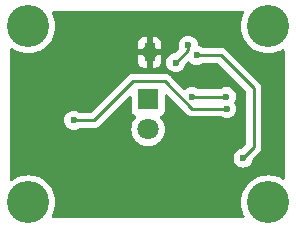
<source format=gbl>
%TF.GenerationSoftware,KiCad,Pcbnew,7.0.2-6a45011f42~172~ubuntu22.04.1*%
%TF.CreationDate,2023-09-16T19:19:39-07:00*%
%TF.ProjectId,i_control_led,695f636f-6e74-4726-9f6c-5f6c65642e6b,rev?*%
%TF.SameCoordinates,Original*%
%TF.FileFunction,Copper,L2,Bot*%
%TF.FilePolarity,Positive*%
%FSLAX46Y46*%
G04 Gerber Fmt 4.6, Leading zero omitted, Abs format (unit mm)*
G04 Created by KiCad (PCBNEW 7.0.2-6a45011f42~172~ubuntu22.04.1) date 2023-09-16 19:19:39*
%MOMM*%
%LPD*%
G01*
G04 APERTURE LIST*
%TA.AperFunction,ComponentPad*%
%ADD10C,3.570000*%
%TD*%
%TA.AperFunction,ComponentPad*%
%ADD11R,1.800000X1.800000*%
%TD*%
%TA.AperFunction,ComponentPad*%
%ADD12C,1.800000*%
%TD*%
%TA.AperFunction,ComponentPad*%
%ADD13C,0.600000*%
%TD*%
%TA.AperFunction,SMDPad,CuDef*%
%ADD14R,0.900000X1.600000*%
%TD*%
%TA.AperFunction,ViaPad*%
%ADD15C,0.600000*%
%TD*%
%TA.AperFunction,Conductor*%
%ADD16C,0.250000*%
%TD*%
G04 APERTURE END LIST*
D10*
%TO.P,M1,~*%
%TO.N,N/C*%
X52540000Y-52540000D03*
%TD*%
%TO.P,M2,~*%
%TO.N,N/C*%
X72860000Y-52540000D03*
%TD*%
%TO.P,M3,~*%
%TO.N,N/C*%
X72860000Y-67460000D03*
%TD*%
%TO.P,M4,~*%
%TO.N,N/C*%
X52540000Y-67460000D03*
%TD*%
D11*
%TO.P,D1,1,K*%
%TO.N,Net-(D1-K)*%
X62700000Y-58730000D03*
D12*
%TO.P,D1,2,A*%
%TO.N,Net-(D1-A)*%
X62700000Y-61270000D03*
%TD*%
D13*
%TO.P,U1,9,GND*%
%TO.N,GND*%
X62825000Y-54240000D03*
D14*
X62825000Y-54740000D03*
D13*
X62825000Y-55240000D03*
%TD*%
D15*
%TO.N,GND*%
X68880000Y-64435000D03*
X62850000Y-53100000D03*
X69110000Y-61500000D03*
X56100000Y-58500000D03*
X64250000Y-64470000D03*
%TO.N,/VIN*%
X65040000Y-55614500D03*
X66100000Y-54145000D03*
%TO.N,/SCL*%
X69330000Y-58490000D03*
X66440000Y-58490000D03*
%TO.N,/SDA*%
X56400000Y-60500000D03*
X69350000Y-59525000D03*
%TO.N,/5V*%
X70741589Y-63701589D03*
X66800000Y-54990000D03*
%TD*%
D16*
%TO.N,/VIN*%
X66100000Y-54554500D02*
X66100000Y-54145000D01*
X65040000Y-55614500D02*
X66100000Y-54554500D01*
%TO.N,/SCL*%
X66440000Y-58490000D02*
X69330000Y-58490000D01*
%TO.N,/SDA*%
X61460000Y-57190000D02*
X64110000Y-57190000D01*
X56400000Y-60500000D02*
X58150000Y-60500000D01*
X66425000Y-59525000D02*
X69350000Y-59525000D01*
X58150000Y-60500000D02*
X61460000Y-57190000D01*
X64110000Y-57210000D02*
X66425000Y-59525000D01*
X64110000Y-57190000D02*
X64110000Y-57210000D01*
%TO.N,/5V*%
X68830000Y-54990000D02*
X66800000Y-54990000D01*
X71650000Y-57810000D02*
X68830000Y-54990000D01*
X70741589Y-63701589D02*
X71650000Y-62793178D01*
X71650000Y-62793178D02*
X71650000Y-57810000D01*
%TD*%
%TA.AperFunction,Conductor*%
%TO.N,GND*%
G36*
X70806570Y-51269685D02*
G01*
X70852325Y-51322489D01*
X70862269Y-51391647D01*
X70850743Y-51428844D01*
X70738331Y-51656790D01*
X70738325Y-51656803D01*
X70736536Y-51660432D01*
X70735230Y-51664277D01*
X70735230Y-51664279D01*
X70641204Y-51941270D01*
X70641201Y-51941278D01*
X70639896Y-51945125D01*
X70639104Y-51949103D01*
X70639101Y-51949117D01*
X70582033Y-52236016D01*
X70582031Y-52236026D01*
X70581242Y-52239996D01*
X70561579Y-52540000D01*
X70581242Y-52840004D01*
X70582032Y-52843975D01*
X70582033Y-52843983D01*
X70639101Y-53130882D01*
X70639103Y-53130892D01*
X70639896Y-53134875D01*
X70736536Y-53419568D01*
X70738328Y-53423202D01*
X70738331Y-53423209D01*
X70817038Y-53582811D01*
X70869509Y-53689211D01*
X70871760Y-53692580D01*
X70871763Y-53692585D01*
X71034280Y-53935808D01*
X71036540Y-53939190D01*
X71039215Y-53942240D01*
X71039221Y-53942248D01*
X71232097Y-54162180D01*
X71234771Y-54165229D01*
X71237819Y-54167902D01*
X71457751Y-54360778D01*
X71457757Y-54360782D01*
X71460810Y-54363460D01*
X71502369Y-54391229D01*
X71690032Y-54516622D01*
X71710789Y-54530491D01*
X71980432Y-54663464D01*
X72265125Y-54760104D01*
X72559996Y-54818758D01*
X72860000Y-54838421D01*
X73160004Y-54818758D01*
X73454875Y-54760104D01*
X73739568Y-54663464D01*
X74009211Y-54530491D01*
X74057111Y-54498484D01*
X74123786Y-54477608D01*
X74191166Y-54496092D01*
X74237857Y-54548071D01*
X74250000Y-54601588D01*
X74250000Y-65398411D01*
X74230315Y-65465450D01*
X74177511Y-65511205D01*
X74108353Y-65521149D01*
X74057110Y-65501514D01*
X74012582Y-65471761D01*
X74012577Y-65471758D01*
X74009211Y-65469509D01*
X74005575Y-65467716D01*
X74005570Y-65467713D01*
X73743209Y-65338331D01*
X73743202Y-65338328D01*
X73739568Y-65336536D01*
X73608047Y-65291890D01*
X73458729Y-65241204D01*
X73458725Y-65241203D01*
X73454875Y-65239896D01*
X73450892Y-65239103D01*
X73450882Y-65239101D01*
X73163983Y-65182033D01*
X73163975Y-65182032D01*
X73160004Y-65181242D01*
X72860000Y-65161579D01*
X72855957Y-65161844D01*
X72564038Y-65180977D01*
X72564036Y-65180977D01*
X72559996Y-65181242D01*
X72556026Y-65182031D01*
X72556016Y-65182033D01*
X72269117Y-65239101D01*
X72269103Y-65239104D01*
X72265125Y-65239896D01*
X72261278Y-65241201D01*
X72261270Y-65241204D01*
X71984279Y-65335230D01*
X71980432Y-65336536D01*
X71976803Y-65338325D01*
X71976790Y-65338331D01*
X71714430Y-65467713D01*
X71714418Y-65467719D01*
X71710790Y-65469509D01*
X71707427Y-65471756D01*
X71707415Y-65471763D01*
X71464191Y-65634280D01*
X71464181Y-65634286D01*
X71460810Y-65636540D01*
X71457766Y-65639209D01*
X71457751Y-65639221D01*
X71237819Y-65832097D01*
X71237811Y-65832104D01*
X71234771Y-65834771D01*
X71232104Y-65837811D01*
X71232097Y-65837819D01*
X71039221Y-66057751D01*
X71039209Y-66057766D01*
X71036540Y-66060810D01*
X71034286Y-66064181D01*
X71034280Y-66064191D01*
X70871763Y-66307415D01*
X70871756Y-66307427D01*
X70869509Y-66310790D01*
X70867719Y-66314418D01*
X70867713Y-66314430D01*
X70738331Y-66576790D01*
X70738325Y-66576803D01*
X70736536Y-66580432D01*
X70735230Y-66584277D01*
X70735230Y-66584279D01*
X70641204Y-66861270D01*
X70641201Y-66861278D01*
X70639896Y-66865125D01*
X70639104Y-66869103D01*
X70639101Y-66869117D01*
X70582033Y-67156016D01*
X70582031Y-67156026D01*
X70581242Y-67159996D01*
X70561579Y-67460000D01*
X70581242Y-67760004D01*
X70582032Y-67763975D01*
X70582033Y-67763983D01*
X70639101Y-68050882D01*
X70639103Y-68050892D01*
X70639896Y-68054875D01*
X70736536Y-68339568D01*
X70738328Y-68343202D01*
X70738331Y-68343209D01*
X70850742Y-68571156D01*
X70862738Y-68639989D01*
X70835617Y-68704379D01*
X70777988Y-68743885D01*
X70739530Y-68750000D01*
X54660470Y-68750000D01*
X54593431Y-68730315D01*
X54547676Y-68677511D01*
X54537732Y-68608353D01*
X54549258Y-68571156D01*
X54600142Y-68467971D01*
X54663464Y-68339568D01*
X54760104Y-68054875D01*
X54818758Y-67760004D01*
X54838421Y-67460000D01*
X54818758Y-67159996D01*
X54760104Y-66865125D01*
X54663464Y-66580432D01*
X54530491Y-66310790D01*
X54363460Y-66060810D01*
X54360782Y-66057757D01*
X54360778Y-66057751D01*
X54167902Y-65837819D01*
X54165229Y-65834771D01*
X54162180Y-65832097D01*
X53942248Y-65639221D01*
X53942240Y-65639215D01*
X53939190Y-65636540D01*
X53935808Y-65634280D01*
X53692585Y-65471763D01*
X53692580Y-65471760D01*
X53689211Y-65469509D01*
X53685575Y-65467716D01*
X53685570Y-65467713D01*
X53423209Y-65338331D01*
X53423202Y-65338328D01*
X53419568Y-65336536D01*
X53288047Y-65291890D01*
X53138729Y-65241204D01*
X53138725Y-65241203D01*
X53134875Y-65239896D01*
X53130892Y-65239103D01*
X53130882Y-65239101D01*
X52843983Y-65182033D01*
X52843975Y-65182032D01*
X52840004Y-65181242D01*
X52540000Y-65161579D01*
X52535957Y-65161844D01*
X52244038Y-65180977D01*
X52244036Y-65180977D01*
X52239996Y-65181242D01*
X52236026Y-65182031D01*
X52236016Y-65182033D01*
X51949117Y-65239101D01*
X51949103Y-65239104D01*
X51945125Y-65239896D01*
X51941278Y-65241201D01*
X51941270Y-65241204D01*
X51664279Y-65335230D01*
X51660432Y-65336536D01*
X51656803Y-65338325D01*
X51656790Y-65338331D01*
X51394430Y-65467713D01*
X51394418Y-65467719D01*
X51390790Y-65469509D01*
X51387420Y-65471761D01*
X51387408Y-65471768D01*
X51192890Y-65601740D01*
X51126213Y-65622618D01*
X51058833Y-65604133D01*
X51012143Y-65552154D01*
X51000000Y-65498638D01*
X51000000Y-60499999D01*
X55586383Y-60499999D01*
X55606782Y-60681044D01*
X55606782Y-60681046D01*
X55606783Y-60681047D01*
X55666957Y-60853015D01*
X55763889Y-61007281D01*
X55892719Y-61136111D01*
X56046985Y-61233043D01*
X56218953Y-61293217D01*
X56400000Y-61313616D01*
X56581047Y-61293217D01*
X56753015Y-61233043D01*
X56881189Y-61152505D01*
X56947160Y-61133500D01*
X58066367Y-61133500D01*
X58087108Y-61135789D01*
X58089905Y-61135701D01*
X58089909Y-61135702D01*
X58158017Y-61133560D01*
X58161913Y-61133500D01*
X58185958Y-61133500D01*
X58189856Y-61133500D01*
X58193724Y-61133011D01*
X58193947Y-61132983D01*
X58205608Y-61132064D01*
X58249889Y-61130673D01*
X58269498Y-61124975D01*
X58288531Y-61121033D01*
X58308797Y-61118474D01*
X58350006Y-61102157D01*
X58361037Y-61098380D01*
X58403593Y-61086018D01*
X58421160Y-61075628D01*
X58438632Y-61067068D01*
X58457617Y-61059552D01*
X58493475Y-61033498D01*
X58503223Y-61027096D01*
X58541362Y-61004542D01*
X58555800Y-60990103D01*
X58570588Y-60977472D01*
X58587107Y-60965472D01*
X58615359Y-60931319D01*
X58623203Y-60922699D01*
X61079820Y-58466082D01*
X61141141Y-58432599D01*
X61210833Y-58437583D01*
X61266766Y-58479455D01*
X61291183Y-58544919D01*
X61291499Y-58553765D01*
X61291499Y-59675328D01*
X61291499Y-59675346D01*
X61291500Y-59678638D01*
X61291852Y-59681918D01*
X61291853Y-59681924D01*
X61298011Y-59739205D01*
X61349110Y-59876203D01*
X61436738Y-59993261D01*
X61545412Y-60074613D01*
X61553796Y-60080889D01*
X61623962Y-60107059D01*
X61679895Y-60148931D01*
X61704311Y-60214396D01*
X61689459Y-60282668D01*
X61671857Y-60307224D01*
X61584685Y-60401918D01*
X61457016Y-60597330D01*
X61363251Y-60811091D01*
X61305948Y-61037378D01*
X61286672Y-61269999D01*
X61305948Y-61502621D01*
X61363251Y-61728908D01*
X61457016Y-61942669D01*
X61584684Y-62138081D01*
X61584686Y-62138083D01*
X61742780Y-62309818D01*
X61926983Y-62453190D01*
X62132273Y-62564287D01*
X62187467Y-62583235D01*
X62353046Y-62640080D01*
X62583288Y-62678500D01*
X62816712Y-62678500D01*
X63046953Y-62640080D01*
X63157339Y-62602183D01*
X63267727Y-62564287D01*
X63473017Y-62453190D01*
X63657220Y-62309818D01*
X63815314Y-62138083D01*
X63942984Y-61942669D01*
X64036749Y-61728907D01*
X64094051Y-61502626D01*
X64113327Y-61270000D01*
X64094051Y-61037374D01*
X64036749Y-60811093D01*
X63942984Y-60597331D01*
X63815314Y-60401917D01*
X63728141Y-60307222D01*
X63697220Y-60244570D01*
X63705080Y-60175144D01*
X63749227Y-60120988D01*
X63776032Y-60107061D01*
X63846204Y-60080889D01*
X63963261Y-59993261D01*
X64050889Y-59876204D01*
X64072924Y-59817124D01*
X64101988Y-59739205D01*
X64101988Y-59739203D01*
X64101989Y-59739201D01*
X64108500Y-59678638D01*
X64108500Y-58403762D01*
X64128184Y-58336727D01*
X64180987Y-58290972D01*
X64250146Y-58281028D01*
X64313702Y-58310053D01*
X64320180Y-58316085D01*
X65917910Y-59913814D01*
X65930959Y-59930101D01*
X65932999Y-59932016D01*
X65933000Y-59932018D01*
X65982701Y-59978690D01*
X65985465Y-59981369D01*
X66005230Y-60001134D01*
X66008484Y-60003658D01*
X66017367Y-60011244D01*
X66049679Y-60041586D01*
X66067572Y-60051422D01*
X66083831Y-60062103D01*
X66099959Y-60074613D01*
X66140625Y-60092210D01*
X66151106Y-60097346D01*
X66172567Y-60109144D01*
X66189940Y-60118695D01*
X66209710Y-60123771D01*
X66228115Y-60130071D01*
X66246855Y-60138181D01*
X66290618Y-60145111D01*
X66302045Y-60147478D01*
X66344970Y-60158500D01*
X66365391Y-60158500D01*
X66384788Y-60160026D01*
X66393555Y-60161415D01*
X66404942Y-60163219D01*
X66404942Y-60163218D01*
X66404943Y-60163219D01*
X66449049Y-60159049D01*
X66460718Y-60158500D01*
X68802840Y-60158500D01*
X68868810Y-60177505D01*
X68996985Y-60258043D01*
X69168953Y-60318217D01*
X69350000Y-60338616D01*
X69531047Y-60318217D01*
X69703015Y-60258043D01*
X69857281Y-60161111D01*
X69986111Y-60032281D01*
X70083043Y-59878015D01*
X70143217Y-59706047D01*
X70163616Y-59525000D01*
X70143217Y-59343953D01*
X70083043Y-59171985D01*
X70083041Y-59171982D01*
X70083041Y-59171981D01*
X70011143Y-59057557D01*
X69992142Y-58990321D01*
X70011142Y-58925614D01*
X70063043Y-58843015D01*
X70123217Y-58671047D01*
X70143616Y-58490000D01*
X70123217Y-58308953D01*
X70063043Y-58136985D01*
X69966111Y-57982719D01*
X69837281Y-57853889D01*
X69683015Y-57756957D01*
X69511047Y-57696783D01*
X69511046Y-57696782D01*
X69511044Y-57696782D01*
X69330000Y-57676383D01*
X69148955Y-57696782D01*
X68976984Y-57756957D01*
X68949794Y-57774042D01*
X68848810Y-57837494D01*
X68782840Y-57856500D01*
X66987160Y-57856500D01*
X66921189Y-57837494D01*
X66793015Y-57756957D01*
X66621047Y-57696783D01*
X66621046Y-57696782D01*
X66621044Y-57696782D01*
X66440000Y-57676383D01*
X66258955Y-57696782D01*
X66086984Y-57756957D01*
X65932719Y-57853889D01*
X65878937Y-57907671D01*
X65817613Y-57941155D01*
X65747922Y-57936170D01*
X65703575Y-57907670D01*
X64653243Y-56857338D01*
X64640605Y-56842540D01*
X64636514Y-56836909D01*
X64632137Y-56830469D01*
X64602000Y-56782982D01*
X64595854Y-56777210D01*
X64580419Y-56759702D01*
X64575471Y-56752892D01*
X64568358Y-56747008D01*
X64532138Y-56717044D01*
X64526325Y-56711919D01*
X64485321Y-56673414D01*
X64477933Y-56669352D01*
X64458634Y-56656236D01*
X64452144Y-56650867D01*
X64401263Y-56626924D01*
X64394338Y-56623395D01*
X64377928Y-56614374D01*
X64345058Y-56596303D01*
X64336896Y-56594208D01*
X64314947Y-56586306D01*
X64307319Y-56582717D01*
X64252103Y-56572183D01*
X64244506Y-56570485D01*
X64190032Y-56556500D01*
X64190030Y-56556500D01*
X64181607Y-56556500D01*
X64158373Y-56554304D01*
X64150093Y-56552724D01*
X64096418Y-56556101D01*
X64093984Y-56556255D01*
X64086199Y-56556500D01*
X61543633Y-56556500D01*
X61522890Y-56554210D01*
X61451969Y-56556439D01*
X61448074Y-56556500D01*
X61420144Y-56556500D01*
X61416289Y-56556986D01*
X61416255Y-56556989D01*
X61416024Y-56557019D01*
X61404404Y-56557933D01*
X61360110Y-56559325D01*
X61340501Y-56565022D01*
X61321461Y-56568965D01*
X61301205Y-56571525D01*
X61260005Y-56587836D01*
X61248961Y-56591617D01*
X61206410Y-56603981D01*
X61206407Y-56603982D01*
X61188827Y-56614377D01*
X61171371Y-56622929D01*
X61168377Y-56624114D01*
X61152378Y-56630449D01*
X61116534Y-56656491D01*
X61106777Y-56662901D01*
X61068638Y-56685457D01*
X61054200Y-56699895D01*
X61039411Y-56712525D01*
X61022894Y-56724525D01*
X60994644Y-56758673D01*
X60986783Y-56767311D01*
X57923914Y-59830181D01*
X57862591Y-59863666D01*
X57836233Y-59866500D01*
X56947160Y-59866500D01*
X56881189Y-59847494D01*
X56753015Y-59766957D01*
X56581047Y-59706783D01*
X56581046Y-59706782D01*
X56581044Y-59706782D01*
X56400000Y-59686383D01*
X56218955Y-59706782D01*
X56046984Y-59766957D01*
X55892717Y-59863890D01*
X55763890Y-59992717D01*
X55666957Y-60146984D01*
X55606782Y-60318955D01*
X55586383Y-60499999D01*
X51000000Y-60499999D01*
X51000000Y-54990000D01*
X61875000Y-54990000D01*
X61875000Y-55584518D01*
X61875354Y-55591132D01*
X61881400Y-55647371D01*
X61931647Y-55782089D01*
X62017811Y-55897188D01*
X62132910Y-55983352D01*
X62267628Y-56033599D01*
X62323867Y-56039645D01*
X62330482Y-56040000D01*
X62575000Y-56040000D01*
X63075000Y-56040000D01*
X63319518Y-56040000D01*
X63326132Y-56039645D01*
X63382371Y-56033599D01*
X63517089Y-55983352D01*
X63632188Y-55897188D01*
X63718352Y-55782089D01*
X63768599Y-55647371D01*
X63772133Y-55614500D01*
X64226383Y-55614500D01*
X64246782Y-55795544D01*
X64246782Y-55795546D01*
X64246783Y-55795547D01*
X64306957Y-55967515D01*
X64403889Y-56121781D01*
X64532719Y-56250611D01*
X64686985Y-56347543D01*
X64858953Y-56407717D01*
X64979650Y-56421316D01*
X65039999Y-56428116D01*
X65039999Y-56428115D01*
X65040000Y-56428116D01*
X65221047Y-56407717D01*
X65393015Y-56347543D01*
X65547281Y-56250611D01*
X65676111Y-56121781D01*
X65773043Y-55967515D01*
X65833217Y-55795547D01*
X65838309Y-55750352D01*
X65865375Y-55685938D01*
X65873838Y-55676564D01*
X66020826Y-55529576D01*
X66082147Y-55496093D01*
X66151839Y-55501077D01*
X66196185Y-55529577D01*
X66292719Y-55626111D01*
X66446985Y-55723043D01*
X66618953Y-55783217D01*
X66800000Y-55803616D01*
X66981047Y-55783217D01*
X67153015Y-55723043D01*
X67281189Y-55642505D01*
X67347160Y-55623500D01*
X68516234Y-55623500D01*
X68583273Y-55643185D01*
X68603915Y-55659819D01*
X70980181Y-58036085D01*
X71013666Y-58097408D01*
X71016500Y-58123766D01*
X71016500Y-62479410D01*
X70996815Y-62546449D01*
X70980181Y-62567091D01*
X70679531Y-62867740D01*
X70618208Y-62901225D01*
X70605735Y-62903279D01*
X70560544Y-62908371D01*
X70388573Y-62968546D01*
X70234306Y-63065479D01*
X70105479Y-63194306D01*
X70008546Y-63348573D01*
X69948371Y-63520544D01*
X69927972Y-63701588D01*
X69948371Y-63882633D01*
X69948371Y-63882635D01*
X69948372Y-63882636D01*
X70008546Y-64054604D01*
X70105478Y-64208870D01*
X70234308Y-64337700D01*
X70388574Y-64434632D01*
X70560542Y-64494806D01*
X70741589Y-64515205D01*
X70922636Y-64494806D01*
X71094604Y-64434632D01*
X71248870Y-64337700D01*
X71377700Y-64208870D01*
X71474632Y-64054604D01*
X71534806Y-63882636D01*
X71539898Y-63837441D01*
X71566964Y-63773027D01*
X71575427Y-63763653D01*
X72038816Y-63300264D01*
X72055097Y-63287222D01*
X72057014Y-63285180D01*
X72057018Y-63285178D01*
X72103706Y-63235457D01*
X72106324Y-63232756D01*
X72126134Y-63212948D01*
X72128664Y-63209686D01*
X72136243Y-63200810D01*
X72166586Y-63168499D01*
X72176422Y-63150605D01*
X72187102Y-63134346D01*
X72199613Y-63118219D01*
X72217211Y-63077550D01*
X72222341Y-63067078D01*
X72243695Y-63028238D01*
X72248772Y-63008460D01*
X72255072Y-62990060D01*
X72263181Y-62971323D01*
X72270112Y-62927554D01*
X72272478Y-62916131D01*
X72283500Y-62873208D01*
X72283500Y-62852792D01*
X72285027Y-62833392D01*
X72288220Y-62813235D01*
X72284050Y-62769120D01*
X72283500Y-62757451D01*
X72283500Y-57893632D01*
X72285789Y-57872892D01*
X72285701Y-57870094D01*
X72285702Y-57870091D01*
X72283561Y-57801981D01*
X72283500Y-57798085D01*
X72283500Y-57774042D01*
X72283500Y-57770144D01*
X72282981Y-57766041D01*
X72282064Y-57754389D01*
X72280673Y-57710110D01*
X72274978Y-57690511D01*
X72271033Y-57671462D01*
X72268474Y-57651203D01*
X72252162Y-57610004D01*
X72248377Y-57598950D01*
X72236018Y-57556407D01*
X72233007Y-57551316D01*
X72225624Y-57538831D01*
X72217064Y-57521357D01*
X72209552Y-57502384D01*
X72209552Y-57502383D01*
X72183510Y-57466540D01*
X72177095Y-57456773D01*
X72154544Y-57418639D01*
X72154542Y-57418637D01*
X72140101Y-57404196D01*
X72127469Y-57389405D01*
X72115474Y-57372895D01*
X72115472Y-57372893D01*
X72081324Y-57344643D01*
X72072696Y-57336791D01*
X69337088Y-54601183D01*
X69324044Y-54584902D01*
X69322000Y-54582983D01*
X69322000Y-54582982D01*
X69272315Y-54536325D01*
X69269550Y-54533645D01*
X69252527Y-54516622D01*
X69249770Y-54513865D01*
X69246486Y-54511317D01*
X69237623Y-54503746D01*
X69205321Y-54473414D01*
X69187433Y-54463580D01*
X69171169Y-54452896D01*
X69155040Y-54440385D01*
X69114377Y-54422789D01*
X69103883Y-54417648D01*
X69065062Y-54396305D01*
X69053386Y-54393307D01*
X69045284Y-54391227D01*
X69026879Y-54384926D01*
X69008145Y-54376819D01*
X69008143Y-54376818D01*
X69008142Y-54376818D01*
X68964383Y-54369887D01*
X68952943Y-54367518D01*
X68910031Y-54356500D01*
X68910030Y-54356500D01*
X68889616Y-54356500D01*
X68870217Y-54354973D01*
X68850058Y-54351780D01*
X68850057Y-54351780D01*
X68817318Y-54354874D01*
X68805943Y-54355950D01*
X68794274Y-54356500D01*
X67347160Y-54356500D01*
X67281189Y-54337494D01*
X67153015Y-54256957D01*
X67153012Y-54256955D01*
X66990464Y-54200077D01*
X66933688Y-54159356D01*
X66908199Y-54096920D01*
X66893217Y-53963955D01*
X66893217Y-53963953D01*
X66833043Y-53791985D01*
X66736111Y-53637719D01*
X66607281Y-53508889D01*
X66453015Y-53411957D01*
X66281047Y-53351783D01*
X66281046Y-53351782D01*
X66281044Y-53351782D01*
X66100000Y-53331383D01*
X65918955Y-53351782D01*
X65746984Y-53411957D01*
X65592717Y-53508890D01*
X65463890Y-53637717D01*
X65366957Y-53791984D01*
X65306782Y-53963955D01*
X65286383Y-54144999D01*
X65306782Y-54326048D01*
X65313649Y-54345672D01*
X65317210Y-54415451D01*
X65284288Y-54474305D01*
X64977942Y-54780651D01*
X64916619Y-54814136D01*
X64904146Y-54816190D01*
X64858955Y-54821282D01*
X64686984Y-54881457D01*
X64532717Y-54978390D01*
X64403890Y-55107217D01*
X64306957Y-55261484D01*
X64246782Y-55433455D01*
X64226383Y-55614500D01*
X63772133Y-55614500D01*
X63774645Y-55591132D01*
X63775000Y-55584518D01*
X63775000Y-54990000D01*
X63428552Y-54990000D01*
X63075000Y-55343551D01*
X63075000Y-56040000D01*
X62575000Y-56040000D01*
X62575000Y-55343553D01*
X62489987Y-55258540D01*
X62696049Y-55258540D01*
X62726543Y-55325313D01*
X62788297Y-55365000D01*
X62842972Y-55365000D01*
X62895433Y-55349596D01*
X62943504Y-55294119D01*
X62953951Y-55221460D01*
X62923457Y-55154687D01*
X62861703Y-55115000D01*
X62807028Y-55115000D01*
X62754567Y-55130404D01*
X62706496Y-55185881D01*
X62696049Y-55258540D01*
X62489987Y-55258540D01*
X62221447Y-54990000D01*
X61875000Y-54990000D01*
X51000000Y-54990000D01*
X51000000Y-54501361D01*
X51019685Y-54434322D01*
X51072489Y-54388567D01*
X51141647Y-54378623D01*
X51192889Y-54398258D01*
X51390789Y-54530491D01*
X51660432Y-54663464D01*
X51945125Y-54760104D01*
X52239996Y-54818758D01*
X52540000Y-54838421D01*
X52840004Y-54818758D01*
X53134875Y-54760104D01*
X53419568Y-54663464D01*
X53689211Y-54530491D01*
X53749810Y-54490000D01*
X61875000Y-54490000D01*
X62221447Y-54490000D01*
X62221447Y-54489999D01*
X62452906Y-54258540D01*
X62696049Y-54258540D01*
X62726543Y-54325313D01*
X62788297Y-54365000D01*
X62842972Y-54365000D01*
X62895433Y-54349596D01*
X62943504Y-54294119D01*
X62953951Y-54221460D01*
X62923457Y-54154687D01*
X62861703Y-54115000D01*
X62807028Y-54115000D01*
X62754567Y-54130404D01*
X62706496Y-54185881D01*
X62696049Y-54258540D01*
X62452906Y-54258540D01*
X62575000Y-54136446D01*
X62575000Y-53440000D01*
X63075000Y-53440000D01*
X63075000Y-54136447D01*
X63428553Y-54490000D01*
X63774999Y-54490000D01*
X63775000Y-53895481D01*
X63774645Y-53888867D01*
X63768599Y-53832628D01*
X63718352Y-53697910D01*
X63632188Y-53582811D01*
X63517089Y-53496647D01*
X63382371Y-53446400D01*
X63326132Y-53440354D01*
X63319518Y-53440000D01*
X63075000Y-53440000D01*
X62575000Y-53440000D01*
X62330482Y-53440000D01*
X62323867Y-53440354D01*
X62267628Y-53446400D01*
X62132910Y-53496647D01*
X62017811Y-53582811D01*
X61931647Y-53697910D01*
X61881400Y-53832628D01*
X61875354Y-53888867D01*
X61875000Y-53895481D01*
X61875000Y-54490000D01*
X53749810Y-54490000D01*
X53939190Y-54363460D01*
X54165229Y-54165229D01*
X54363460Y-53939190D01*
X54530491Y-53689211D01*
X54663464Y-53419568D01*
X54760104Y-53134875D01*
X54818758Y-52840004D01*
X54838421Y-52540000D01*
X54818758Y-52239996D01*
X54760104Y-51945125D01*
X54663464Y-51660432D01*
X54657888Y-51649126D01*
X54549257Y-51428844D01*
X54537261Y-51360012D01*
X54564382Y-51295621D01*
X54622010Y-51256115D01*
X54660469Y-51250000D01*
X70739531Y-51250000D01*
X70806570Y-51269685D01*
G37*
%TD.AperFunction*%
%TD*%
M02*

</source>
